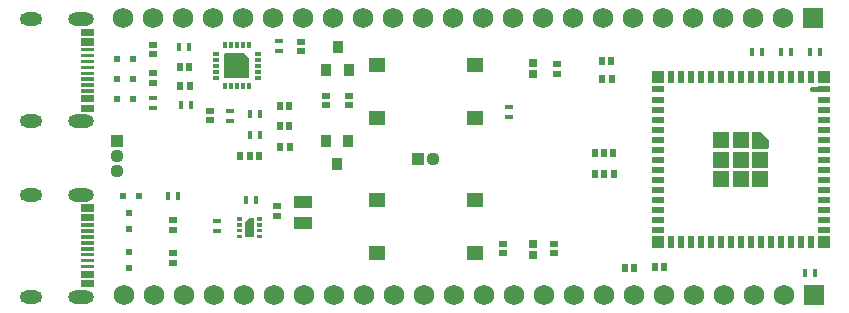
<source format=gts>
G04*
G04 #@! TF.GenerationSoftware,Altium Limited,Altium Designer,24.7.2 (38)*
G04*
G04 Layer_Color=8388736*
%FSLAX25Y25*%
%MOIN*%
G70*
G04*
G04 #@! TF.SameCoordinates,4F91C874-3C4E-4DED-96D1-C94EC6773432*
G04*
G04*
G04 #@! TF.FilePolarity,Negative*
G04*
G01*
G75*
%ADD37R,0.02565X0.02172*%
%ADD38R,0.05518X0.04731*%
%ADD39R,0.02172X0.02565*%
%ADD40R,0.03156X0.02762*%
%ADD41R,0.03156X0.01778*%
%ADD42R,0.01778X0.03156*%
%ADD43R,0.01384X0.01975*%
%ADD44R,0.05912X0.04337*%
%ADD45R,0.01975X0.01384*%
%ADD46R,0.01975X0.02290*%
%ADD47R,0.02290X0.01975*%
%ADD48R,0.03550X0.03943*%
%ADD49R,0.05518X0.05518*%
%ADD50R,0.03943X0.02368*%
%ADD51R,0.02368X0.03943*%
%ADD52R,0.03943X0.03943*%
%ADD53C,0.01500*%
%ADD54R,0.06800X0.06800*%
%ADD55C,0.06800*%
%ADD56O,0.07487X0.04337*%
%ADD57O,0.08668X0.04337*%
%ADD58C,0.04400*%
%ADD59R,0.04400X0.04400*%
%ADD60R,0.04400X0.04400*%
G36*
X29528Y90909D02*
X25000D01*
Y93272D01*
X29528D01*
Y90909D01*
D02*
G37*
G36*
Y87760D02*
X25000D01*
Y90122D01*
X29528D01*
Y87760D01*
D02*
G37*
G36*
Y85791D02*
X25000D01*
Y86972D01*
X29528D01*
Y85791D01*
D02*
G37*
G36*
Y83823D02*
X25000D01*
Y85004D01*
X29528D01*
Y83823D01*
D02*
G37*
G36*
Y81854D02*
X25000D01*
Y83035D01*
X29528D01*
Y81854D01*
D02*
G37*
G36*
Y79886D02*
X25000D01*
Y81067D01*
X29528D01*
Y79886D01*
D02*
G37*
G36*
Y77917D02*
X25000D01*
Y79098D01*
X29528D01*
Y77917D01*
D02*
G37*
G36*
X79409Y85142D02*
X79447Y85131D01*
X79482Y85112D01*
X79512Y85087D01*
X81087Y83512D01*
X81087Y83512D01*
X81112Y83482D01*
X81131Y83447D01*
X81142Y83409D01*
X81146Y83370D01*
Y77071D01*
X81142Y77032D01*
X81131Y76994D01*
X81112Y76959D01*
X81087Y76929D01*
X81056Y76904D01*
X81022Y76885D01*
X80984Y76874D01*
X80945Y76870D01*
X73071D01*
X73032Y76874D01*
X72994Y76885D01*
X72959Y76904D01*
X72929Y76929D01*
X72904Y76959D01*
X72885Y76994D01*
X72874Y77032D01*
X72870Y77071D01*
Y84945D01*
X72874Y84984D01*
X72885Y85022D01*
X72904Y85057D01*
X72929Y85087D01*
X72959Y85112D01*
X72994Y85131D01*
X73032Y85142D01*
X73071Y85146D01*
X79370D01*
X79409Y85142D01*
D02*
G37*
G36*
X29528Y75949D02*
X25000D01*
Y77130D01*
X29528D01*
Y75949D01*
D02*
G37*
G36*
Y73980D02*
X25000D01*
Y75161D01*
X29528D01*
Y73980D01*
D02*
G37*
G36*
Y72012D02*
X25000D01*
Y73193D01*
X29528D01*
Y72012D01*
D02*
G37*
G36*
Y68862D02*
X25000D01*
Y71224D01*
X29528D01*
Y68862D01*
D02*
G37*
G36*
Y65713D02*
X25000D01*
Y68075D01*
X29528D01*
Y65713D01*
D02*
G37*
G36*
X251539Y58948D02*
X251577Y58937D01*
X251612Y58918D01*
X251642Y58893D01*
X254201Y56334D01*
X254226Y56304D01*
X254238Y56281D01*
X254245Y56269D01*
X254256Y56231D01*
X254260Y56192D01*
X254260Y56192D01*
Y53633D01*
X254256Y53594D01*
X254245Y53556D01*
X254226Y53521D01*
X254201Y53491D01*
X254171Y53466D01*
X254136Y53447D01*
X254098Y53436D01*
X254059Y53432D01*
X248941D01*
X248902Y53436D01*
X248864Y53447D01*
X248829Y53466D01*
X248799Y53491D01*
X248774Y53521D01*
X248755Y53556D01*
X248744Y53594D01*
X248740Y53633D01*
Y58751D01*
X248744Y58790D01*
X248755Y58828D01*
X248774Y58863D01*
X248799Y58893D01*
X248829Y58918D01*
X248864Y58937D01*
X248902Y58948D01*
X248941Y58952D01*
X251500D01*
X251539Y58948D01*
D02*
G37*
G36*
X29528Y32425D02*
X25000D01*
Y34787D01*
X29528D01*
Y32425D01*
D02*
G37*
G36*
X85287Y29409D02*
X83713D01*
Y30591D01*
X85287D01*
Y29409D01*
D02*
G37*
G36*
X78713D02*
X77138D01*
Y30591D01*
X78713D01*
Y29409D01*
D02*
G37*
G36*
X29528Y29276D02*
X25000D01*
Y31638D01*
X29528D01*
Y29276D01*
D02*
G37*
G36*
X85287Y27441D02*
X83713D01*
Y28622D01*
X85287D01*
Y27441D01*
D02*
G37*
G36*
X78713D02*
X77138D01*
Y28622D01*
X78713D01*
Y27441D01*
D02*
G37*
G36*
X29528Y27307D02*
X25000D01*
Y28488D01*
X29528D01*
Y27307D01*
D02*
G37*
G36*
X85287Y25472D02*
X83713D01*
Y26654D01*
X85287D01*
Y25472D01*
D02*
G37*
G36*
X78713D02*
X77138D01*
Y26654D01*
X78713D01*
Y25472D01*
D02*
G37*
G36*
X29528Y25339D02*
X25000D01*
Y26520D01*
X29528D01*
Y25339D01*
D02*
G37*
G36*
X82827Y23898D02*
X79598D01*
Y28583D01*
X81213Y30197D01*
X82827D01*
Y23898D01*
D02*
G37*
G36*
X85287Y23504D02*
X83713D01*
Y24685D01*
X85287D01*
Y23504D01*
D02*
G37*
G36*
X78713D02*
X77138D01*
Y24685D01*
X78713D01*
Y23504D01*
D02*
G37*
G36*
X29528Y23370D02*
X25000D01*
Y24551D01*
X29528D01*
Y23370D01*
D02*
G37*
G36*
Y21402D02*
X25000D01*
Y22583D01*
X29528D01*
Y21402D01*
D02*
G37*
G36*
Y19433D02*
X25000D01*
Y20614D01*
X29528D01*
Y19433D01*
D02*
G37*
G36*
Y17465D02*
X25000D01*
Y18646D01*
X29528D01*
Y17465D01*
D02*
G37*
G36*
Y15496D02*
X25000D01*
Y16677D01*
X29528D01*
Y15496D01*
D02*
G37*
G36*
Y13528D02*
X25000D01*
Y14709D01*
X29528D01*
Y13528D01*
D02*
G37*
G36*
Y10378D02*
X25000D01*
Y12740D01*
X29528D01*
Y10378D01*
D02*
G37*
G36*
Y7228D02*
X25000D01*
Y9591D01*
X29528D01*
Y7228D01*
D02*
G37*
D37*
X49200Y84850D02*
D03*
Y88000D02*
D03*
X98300Y89075D02*
D03*
Y85925D02*
D03*
X67900Y62925D02*
D03*
Y66075D02*
D03*
X49200Y75325D02*
D03*
Y78475D02*
D03*
X55700Y15325D02*
D03*
Y18475D02*
D03*
Y29450D02*
D03*
Y26300D02*
D03*
X165800Y18525D02*
D03*
Y21675D02*
D03*
X182700D02*
D03*
Y18525D02*
D03*
X183700Y78425D02*
D03*
Y81575D02*
D03*
X106800Y67925D02*
D03*
Y71075D02*
D03*
X90500Y31000D02*
D03*
Y34150D02*
D03*
X114300Y67925D02*
D03*
Y71075D02*
D03*
D38*
X123661Y36358D02*
D03*
X156339D02*
D03*
X123661Y18642D02*
D03*
X156339D02*
D03*
Y63642D02*
D03*
X123661D02*
D03*
X156339Y81358D02*
D03*
X123661D02*
D03*
D39*
X78177Y50798D02*
D03*
X81327D02*
D03*
D03*
X84476D02*
D03*
X61275Y74300D02*
D03*
X58125D02*
D03*
X61100Y80600D02*
D03*
X57950D02*
D03*
X91325Y67500D02*
D03*
X94475D02*
D03*
X94575Y54000D02*
D03*
X91425D02*
D03*
X94500Y61000D02*
D03*
X91350D02*
D03*
X198725Y82500D02*
D03*
X201875D02*
D03*
X201975Y76500D02*
D03*
X198825D02*
D03*
X219437Y13937D02*
D03*
X216288D02*
D03*
X199500Y45100D02*
D03*
X196350D02*
D03*
X199500D02*
D03*
X202650D02*
D03*
X209450Y13700D02*
D03*
X206300D02*
D03*
X199375Y52100D02*
D03*
X202524D02*
D03*
X196225D02*
D03*
X199375D02*
D03*
D40*
X175800Y18000D02*
D03*
Y21740D02*
D03*
Y78130D02*
D03*
Y81870D02*
D03*
D41*
X167700Y63827D02*
D03*
Y67173D02*
D03*
X74600Y66073D02*
D03*
X70400Y29447D02*
D03*
Y26100D02*
D03*
X49200Y70173D02*
D03*
Y66827D02*
D03*
X91200Y89173D02*
D03*
Y85827D02*
D03*
X74600Y62727D02*
D03*
D42*
X268027Y85700D02*
D03*
X271373D02*
D03*
X261747D02*
D03*
X258400D02*
D03*
X252200D02*
D03*
X248853D02*
D03*
X83447Y36300D02*
D03*
X80100D02*
D03*
X269673Y12000D02*
D03*
X266327D02*
D03*
X84673Y64956D02*
D03*
X81327D02*
D03*
X54053Y37600D02*
D03*
X57400D02*
D03*
X84673Y57900D02*
D03*
X81327D02*
D03*
X61673Y67800D02*
D03*
X58327D02*
D03*
X61000Y87400D02*
D03*
X57653D02*
D03*
D43*
X73071Y74118D02*
D03*
X80945D02*
D03*
X78976D02*
D03*
X77008D02*
D03*
X75039D02*
D03*
X73071Y87898D02*
D03*
X75039D02*
D03*
X77008D02*
D03*
X78976D02*
D03*
X80945D02*
D03*
D44*
X99000Y35587D02*
D03*
Y28500D02*
D03*
D45*
X83898Y84945D02*
D03*
Y82976D02*
D03*
Y81008D02*
D03*
Y79039D02*
D03*
Y77071D02*
D03*
X70118D02*
D03*
Y79039D02*
D03*
Y81008D02*
D03*
Y82976D02*
D03*
Y84945D02*
D03*
D46*
X40900Y13603D02*
D03*
Y18800D02*
D03*
Y31798D02*
D03*
Y26602D02*
D03*
D47*
X42400Y83300D02*
D03*
X37203D02*
D03*
Y76600D02*
D03*
X42400D02*
D03*
X37103Y70000D02*
D03*
X42300D02*
D03*
X44398Y37600D02*
D03*
X39202D02*
D03*
D48*
X106820Y79500D02*
D03*
X114300D02*
D03*
X110560Y87374D02*
D03*
X114200Y56000D02*
D03*
X106720D02*
D03*
X110460Y48126D02*
D03*
D49*
X245004Y49696D02*
D03*
Y43200D02*
D03*
Y56192D02*
D03*
X251500Y49696D02*
D03*
X238508D02*
D03*
X251500Y43200D02*
D03*
X238508D02*
D03*
Y56192D02*
D03*
D50*
X272563Y73121D02*
D03*
Y69775D02*
D03*
Y66428D02*
D03*
Y63082D02*
D03*
Y59735D02*
D03*
Y56389D02*
D03*
Y53043D02*
D03*
Y49696D02*
D03*
Y46350D02*
D03*
Y43003D02*
D03*
Y39657D02*
D03*
Y36310D02*
D03*
Y32964D02*
D03*
Y29617D02*
D03*
Y26271D02*
D03*
X217445D02*
D03*
Y29617D02*
D03*
Y32964D02*
D03*
Y36310D02*
D03*
Y39657D02*
D03*
Y43003D02*
D03*
Y46350D02*
D03*
Y49696D02*
D03*
Y53043D02*
D03*
Y56389D02*
D03*
Y59735D02*
D03*
Y63082D02*
D03*
Y66428D02*
D03*
Y69775D02*
D03*
Y73121D02*
D03*
D51*
X268429Y22137D02*
D03*
X265083D02*
D03*
X261736D02*
D03*
X258390D02*
D03*
X255043D02*
D03*
X251697D02*
D03*
X248350D02*
D03*
X245004D02*
D03*
X241657D02*
D03*
X238311D02*
D03*
X234965D02*
D03*
X231618D02*
D03*
X228272D02*
D03*
X224925D02*
D03*
X221579D02*
D03*
Y77255D02*
D03*
X224925D02*
D03*
X228272D02*
D03*
X231618D02*
D03*
X234965D02*
D03*
X238311D02*
D03*
X241657D02*
D03*
X245004D02*
D03*
X248350D02*
D03*
X251697D02*
D03*
X255043D02*
D03*
X258390D02*
D03*
X261736D02*
D03*
X265083D02*
D03*
X268429D02*
D03*
D52*
X272563Y22137D02*
D03*
X217445D02*
D03*
Y77255D02*
D03*
X272563D02*
D03*
D53*
X268600Y73121D02*
X272563D01*
D54*
X269500Y4500D02*
D03*
X269000Y97000D02*
D03*
D55*
X259500Y4500D02*
D03*
X249500D02*
D03*
X239500D02*
D03*
X229500D02*
D03*
X219500D02*
D03*
X209500D02*
D03*
X199500D02*
D03*
X189500D02*
D03*
X179500D02*
D03*
X169500D02*
D03*
X159500D02*
D03*
X149500D02*
D03*
X139500D02*
D03*
X129500D02*
D03*
X119500D02*
D03*
X109500D02*
D03*
X99500D02*
D03*
X89500D02*
D03*
X79500D02*
D03*
X69500D02*
D03*
X59500D02*
D03*
X49500D02*
D03*
X39500D02*
D03*
X259000Y97000D02*
D03*
X249000D02*
D03*
X239000D02*
D03*
X229000D02*
D03*
X219000D02*
D03*
X209000D02*
D03*
X199000D02*
D03*
X189000D02*
D03*
X179000D02*
D03*
X169000D02*
D03*
X159000D02*
D03*
X149000D02*
D03*
X139000D02*
D03*
X129000D02*
D03*
X119000D02*
D03*
X109000D02*
D03*
X99000D02*
D03*
X89000D02*
D03*
X79000D02*
D03*
X69000D02*
D03*
X59000D02*
D03*
X49000D02*
D03*
X39000D02*
D03*
D56*
X8543Y62484D02*
D03*
Y96492D02*
D03*
Y38008D02*
D03*
Y4000D02*
D03*
D57*
X25000Y96500D02*
D03*
Y62484D02*
D03*
Y4000D02*
D03*
Y38016D02*
D03*
D58*
X36900Y45900D02*
D03*
Y50900D02*
D03*
X142500Y50000D02*
D03*
D59*
X36900Y55900D02*
D03*
D60*
X137500Y50000D02*
D03*
M02*

</source>
